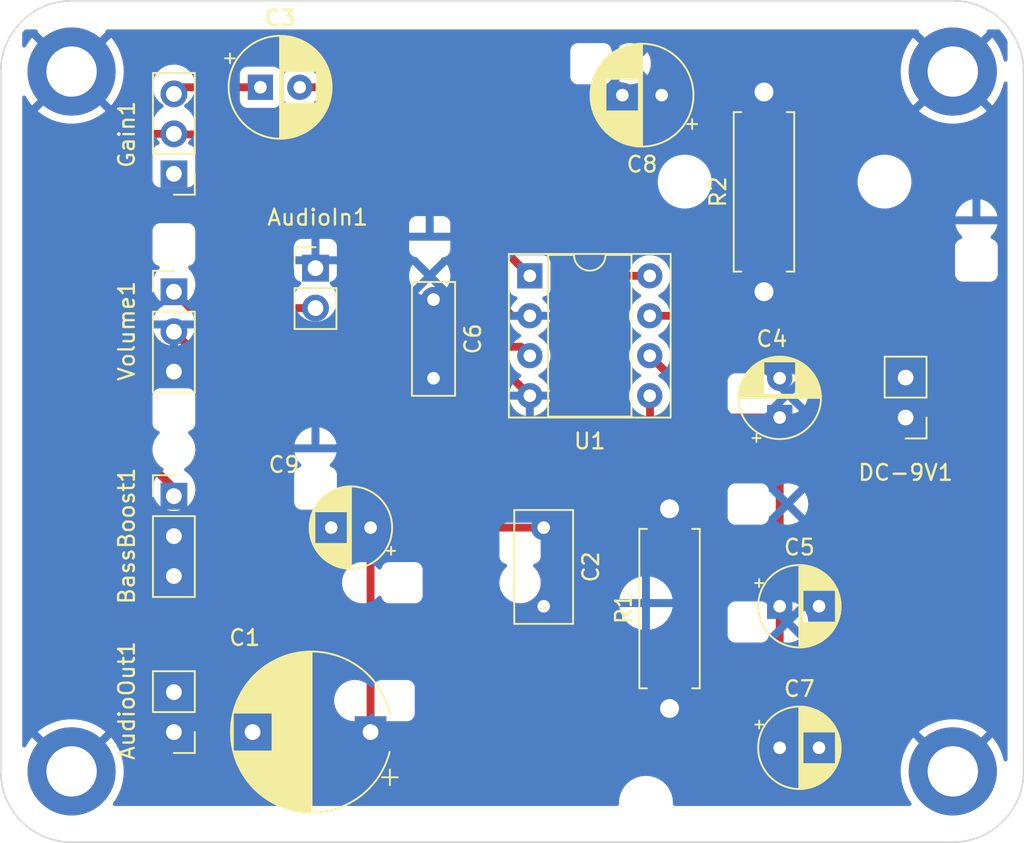
<source format=kicad_pcb>
(kicad_pcb (version 20211014) (generator pcbnew)
  (layers (0 "F.Cu" signal) (31 "B.Cu" signal) (34 "B.Paste" user) (35 "F.Paste" user) (36 "B.SilkS" user "B.Silkscreen") (37 "F.SilkS" user "F.Silkscreen") (38 "B.Mask" user) (39 "F.Mask" user) (44 "Edge.Cuts" user))
  (net 0 "")
  (net 1 "Net-(BassBoost1-Pad1)")
  (net 2 "Net-(AudioOut1-Pad1)")
  (net 3 "GND")
  (net 4 "Net-(C3-Pad1)")
  (net 5 "+9V")
  (net 6 "Net-(BassBoost1-Pad2)")
  (net 8 "Net-(C2-Pad2)")
  (net 9 "Net-(C3-Pad2)")
  (net 10 "Net-(C8-Pad1)")
  (net 12 "Net-(R2-Pad1)")
  (net 13 "Net-(U1-Pad3)")
  (net 14 "Net-(AudioIn1-PadT)")
  (net 15 "Net-(C1-Pad1)")
  (footprint "Resistor_THT:R_Axial_DIN0411_L9.9mm_D3.6mm_P12.70mm_Horizontal" (layer "F.Cu") (at 127 138 90)
    (fp_text reference "R1" (at 6.35 -2.92 90) (layer "F.SilkS"))
    (fp_text value "10R")
    (pad "1" thru_hole circle (at 0 0 90) (size 2.4 2.4) (drill 1.2) (layers *.Cu *.Mask) (net 8 "Net-(C2-Pad2)"))
    (pad "2" thru_hole oval (at 12.7 0 90) (size 2.4 2.4) (drill 1.2) (layers *.Cu *.Mask) (net 3 "GND"))
  )
  (footprint "Capacitor_THT:CP_Radial_D5.0mm_P2.50mm" (layer "F.Cu") (at 134 119.5 90)
    (fp_text reference "C4" (at 5 -0.5 180) (layer "F.SilkS"))
    (fp_text value "100uF")
    (pad "1" thru_hole rect (at 0 0 90) (size 1.6 1.6) (drill 0.8) (layers *.Cu *.Mask) (net 5 "+9V"))
    (pad "2" thru_hole circle (at 2.5 0 90) (size 1.6 1.6) (drill 0.8) (layers *.Cu *.Mask) (net 3 "GND"))
  )
  (footprint "Capacitor_THT:C_Rect_L7.0mm_W3.5mm_P5.00mm" (layer "F.Cu") (at 119 126.5 -90)
    (fp_text reference "C2" (at 2.5 -3 -90) (layer "F.SilkS"))
    (fp_text value "0.1uF")
    (pad "1" thru_hole circle (at 0 0 270) (size 1.6 1.6) (drill 0.8) (layers *.Cu *.Mask) (net 15 "Net-(C1-Pad1)"))
    (pad "2" thru_hole circle (at 5 0 270) (size 1.6 1.6) (drill 0.8) (layers *.Cu *.Mask) (net 8 "Net-(C2-Pad2)"))
  )
  (footprint "Connector_PinHeader_2.54mm:PinHeader_1x02_P2.54mm_Vertical" (layer "F.Cu") (at 95.5 139.5 180)
    (fp_text reference "AudioOut1" (at 3 2 270) (layer "F.SilkS"))
    (fp_text value "Speaker" hide)
    (pad "1" thru_hole rect (at 0 0 180) (size 1.7 1.7) (drill 1) (layers *.Cu *.Mask) (net 2 "Net-(AudioOut1-Pad1)"))
    (pad "2" thru_hole oval (at 0 2.54 180) (size 1.7 1.7) (drill 1) (layers *.Cu *.Mask) (net 3 "GND"))
  )
  (footprint "Resistor_THT:R_Axial_DIN0411_L9.9mm_D3.6mm_P12.70mm_Horizontal" (layer "F.Cu") (at 133 111.5 90)
    (fp_text reference "R2" (at 6.35 -2.92 90) (layer "F.SilkS"))
    (fp_text value "10K")
    (pad "1" thru_hole circle (at 0 0 90) (size 2.4 2.4) (drill 1.2) (layers *.Cu *.Mask) (net 12 "Net-(R2-Pad1)"))
    (pad "2" thru_hole oval (at 12.7 0 90) (size 2.4 2.4) (drill 1.2) (layers *.Cu *.Mask) (net 10 "Net-(C8-Pad1)"))
  )
  (footprint "Capacitor_THT:CP_Radial_D5.0mm_P2.50mm" (layer "F.Cu") (at 134 131.5)
    (fp_text reference "C5" (at 1.25 -3.75) (layer "F.SilkS"))
    (fp_text value "0.1uF")
    (pad "1" thru_hole rect (at 0 0) (size 1.6 1.6) (drill 0.8) (layers *.Cu *.Mask) (net 5 "+9V"))
    (pad "2" thru_hole circle (at 2.5 0) (size 1.6 1.6) (drill 0.8) (layers *.Cu *.Mask) (net 3 "GND"))
  )
  (footprint "Capacitor_THT:CP_Radial_D6.3mm_P2.50mm" (layer "F.Cu") (at 126.5 99 180)
    (fp_text reference "C8" (at 1.25 -4.4) (layer "F.SilkS"))
    (fp_text value "10uF")
    (pad "1" thru_hole rect (at 0 0 180) (size 1.6 1.6) (drill 0.8) (layers *.Cu *.Mask) (net 10 "Net-(C8-Pad1)"))
    (pad "2" thru_hole circle (at 2.5 0 180) (size 1.6 1.6) (drill 0.8) (layers *.Cu *.Mask) (net 3 "GND"))
  )
  (footprint "Package_DIP:DIP-8_W7.62mm_Socket" (layer "F.Cu") (at 118.12 110.49)
    (fp_text reference "U1" (at 3.81 10.51) (layer "F.SilkS"))
    (fp_text value "LM386")
    (pad "1" thru_hole rect (at 0 0) (size 1.6 1.6) (drill 0.8) (layers *.Cu *.Mask) (net 1 "Net-(BassBoost1-Pad1)"))
    (pad "2" thru_hole oval (at 0 2.54) (size 1.6 1.6) (drill 0.8) (layers *.Cu *.Mask) (net 3 "GND"))
    (pad "3" thru_hole oval (at 0 5.08) (size 1.6 1.6) (drill 0.8) (layers *.Cu *.Mask) (net 13 "Net-(U1-Pad3)"))
    (pad "4" thru_hole oval (at 0 7.62) (size 1.6 1.6) (drill 0.8) (layers *.Cu *.Mask) (net 3 "GND"))
    (pad "5" thru_hole oval (at 7.62 7.62) (size 1.6 1.6) (drill 0.8) (layers *.Cu *.Mask) (net 15 "Net-(C1-Pad1)"))
    (pad "6" thru_hole oval (at 7.62 5.08) (size 1.6 1.6) (drill 0.8) (layers *.Cu *.Mask) (net 5 "+9V"))
    (pad "7" thru_hole oval (at 7.62 2.54) (size 1.6 1.6) (drill 0.8) (layers *.Cu *.Mask) (net 12 "Net-(R2-Pad1)"))
    (pad "8" thru_hole oval (at 7.62 0) (size 1.6 1.6) (drill 0.8) (layers *.Cu *.Mask) (net 9 "Net-(C3-Pad2)"))
  )
  (footprint "MountingHole:MountingHole_3.2mm_M3_DIN965_Pad" (layer "F.Cu") (at 145 142)
    (fp_text reference "H2" hide)
    (fp_text value "MountingHole_Pad" hide)
    (pad "1" thru_hole circle (at 0 0) (size 5.6 5.6) (drill 3.2) (layers *.Cu *.Mask) (net 3 "GND"))
  )
  (footprint "Connector_PinHeader_2.54mm:PinHeader_1x03_P2.54mm_Vertical" (layer "F.Cu") (at 95.5 104 180)
    (fp_text reference "Gain1" (at 3 2.5 90) (layer "F.SilkS"))
    (fp_text value "10K" hide)
    (pad "1" thru_hole rect (at 0 0 180) (size 1.7 1.7) (drill 1) (layers *.Cu *.Mask))
    (pad "2" thru_hole oval (at 0 2.54 180) (size 1.7 1.7) (drill 1) (layers *.Cu *.Mask) (net 1 "Net-(BassBoost1-Pad1)"))
    (pad "3" thru_hole oval (at 0 5.08 180) (size 1.7 1.7) (drill 1) (layers *.Cu *.Mask) (net 4 "Net-(C3-Pad1)"))
  )
  (footprint "Connector_PinHeader_2.54mm:PinHeader_1x02_P2.54mm_Vertical" (layer "F.Cu") (at 142 119.5 180)
    (fp_text reference "DC-9V1" (at 0 -3.5) (layer "F.SilkS"))
    (fp_text value "Jack-DC" hide)
    (pad "1" thru_hole rect (at 0 0 180) (size 1.7 1.7) (drill 1) (layers *.Cu *.Mask) (net 5 "+9V"))
    (pad "2" thru_hole oval (at 0 2.54 180) (size 1.7 1.7) (drill 1) (layers *.Cu *.Mask) (net 3 "GND"))
  )
  (footprint "Connector_PinHeader_2.54mm:PinHeader_1x03_P2.54mm_Vertical" (layer "F.Cu") (at 95.5 111.5)
    (fp_text reference "Volume1" (at -3 2.5 90) (layer "F.SilkS"))
    (fp_text value "10K" hide)
    (pad "1" thru_hole rect (at 0 0) (size 1.7 1.7) (drill 1) (layers *.Cu *.Mask) (net 14 "Net-(AudioIn1-PadT)"))
    (pad "2" thru_hole oval (at 0 2.54) (size 1.7 1.7) (drill 1) (layers *.Cu *.Mask) (net 13 "Net-(U1-Pad3)"))
    (pad "3" thru_hole oval (at 0 5.08) (size 1.7 1.7) (drill 1) (layers *.Cu *.Mask) (net 3 "GND"))
  )
  (footprint "Capacitor_THT:C_Rect_L7.0mm_W2.5mm_P5.00mm" (layer "F.Cu") (at 112 112 -90)
    (fp_text reference "C6" (at 2.5 -2.5 -90) (layer "F.SilkS"))
    (fp_text value "470pF w/2&4")
    (pad "1" thru_hole circle (at 0 0 270) (size 1.6 1.6) (drill 0.8) (layers *.Cu *.Mask) (net 3 "GND"))
    (pad "2" thru_hole circle (at 5 0 270) (size 1.6 1.6) (drill 0.8) (layers *.Cu *.Mask) (net 3 "GND"))
  )
  (footprint "Capacitor_THT:CP_Radial_D6.3mm_P2.50mm" (layer "F.Cu") (at 101 98.5)
    (fp_text reference "C3" (at 1.25 -4.4) (layer "F.SilkS"))
    (fp_text value "10uF")
    (pad "1" thru_hole rect (at 0 0) (size 1.6 1.6) (drill 0.8) (layers *.Cu *.Mask) (net 4 "Net-(C3-Pad1)"))
    (pad "2" thru_hole circle (at 2.5 0) (size 1.6 1.6) (drill 0.8) (layers *.Cu *.Mask) (net 9 "Net-(C3-Pad2)"))
  )
  (footprint "MountingHole:MountingHole_3.2mm_M3_DIN965_Pad" (layer "F.Cu") (at 145 97.5)
    (fp_text reference "H3" hide)
    (fp_text value "MountingHole_Pad" hide)
    (pad "1" thru_hole circle (at 0 0) (size 5.6 5.6) (drill 3.2) (layers *.Cu *.Mask) (net 3 "GND"))
  )
  (footprint "MountingHole:MountingHole_3.2mm_M3_DIN965_Pad" (layer "F.Cu") (at 89 142)
    (fp_text reference "H1" hide)
    (fp_text value "MountingHole_Pad" hide)
    (pad "1" thru_hole circle (at 0 0) (size 5.6 5.6) (drill 3.2) (layers *.Cu *.Mask) (net 3 "GND"))
  )
  (footprint "Capacitor_THT:CP_Radial_D5.0mm_P2.50mm" (layer "F.Cu") (at 108 126.5 180)
    (fp_text reference "C9" (at 5.5 4 180) (layer "F.SilkS"))
    (fp_text value "0.033uF")
    (pad "1" thru_hole rect (at 0 0 180) (size 1.6 1.6) (drill 0.8) (layers *.Cu *.Mask) (net 15 "Net-(C1-Pad1)"))
    (pad "2" thru_hole circle (at 2.5 0 180) (size 1.6 1.6) (drill 0.8) (layers *.Cu *.Mask) (net 6 "Net-(BassBoost1-Pad2)"))
  )
  (footprint "Capacitor_THT:CP_Radial_D5.0mm_P2.50mm" (layer "F.Cu") (at 134 140.5)
    (fp_text reference "C7" (at 1.25 -3.75) (layer "F.SilkS"))
    (fp_text value "0.1uF")
    (pad "1" thru_hole rect (at 0 0) (size 1.6 1.6) (drill 0.8) (layers *.Cu *.Mask) (net 5 "+9V"))
    (pad "2" thru_hole circle (at 2.5 0) (size 1.6 1.6) (drill 0.8) (layers *.Cu *.Mask) (net 3 "GND"))
  )
  (footprint "Capacitor_THT:CP_Radial_D10.0mm_P7.50mm" (layer "F.Cu") (at 108 139.5 180)
    (fp_text reference "C1" (at 8 6 180) (layer "F.SilkS"))
    (fp_text value "1000uF")
    (pad "1" thru_hole rect (at 0 0 180) (size 2 2) (drill 1) (layers *.Cu *.Mask) (net 15 "Net-(C1-Pad1)"))
    (pad "2" thru_hole circle (at 7.5 0 180) (size 2 2) (drill 1) (layers *.Cu *.Mask) (net 2 "Net-(AudioOut1-Pad1)"))
  )
  (footprint "jme:jme-audio-pinheader-2.54-vertical" (layer "F.Cu") (at 104.5 110)
    (fp_text reference "AudioIn1" (at 0.14 -3.225) (layer "F.SilkS"))
    (fp_text value "AudioJack" hide)
    (pad "S" thru_hole rect (at 0 0) (size 1.7 1.7) (drill 1) (layers *.Cu *.Mask) (net 3 "GND"))
    (pad "T" thru_hole oval (at 0 2.54) (size 1.7 1.7) (drill 1) (layers *.Cu *.Mask) (net 14 "Net-(AudioIn1-PadT)"))
  )
  (footprint "MountingHole:MountingHole_3.2mm_M3_DIN965_Pad" (layer "F.Cu") (at 89 97.5)
    (fp_text reference "H4" hide)
    (fp_text value "MountingHole_Pad" hide)
    (pad "1" thru_hole circle (at 0 0) (size 5.6 5.6) (drill 3.2) (layers *.Cu *.Mask) (net 3 "GND"))
  )
  (footprint "Connector_PinHeader_2.54mm:PinHeader_1x03_P2.54mm_Vertical" (layer "F.Cu") (at 95.5 124.5)
    (fp_text reference "BassBoost1" (at -3 2.525 90) (layer "F.SilkS"))
    (fp_text value "10K" hide)
    (pad "1" thru_hole rect (at 0 0) (size 1.7 1.7) (drill 1) (layers *.Cu *.Mask) (net 1 "Net-(BassBoost1-Pad1)"))
    (pad "2" thru_hole oval (at 0 2.54) (size 1.7 1.7) (drill 1) (layers *.Cu *.Mask) (net 6 "Net-(BassBoost1-Pad2)"))
    (pad "3" thru_hole oval (at 0 5.08) (size 1.7 1.7) (drill 1) (layers *.Cu *.Mask))
  )
  (gr_line (start 149.5 97.5) (end 149.5 142) (layer "Edge.Cuts") (width 0.1))
  (gr_arc (start 84.5 97.5) (mid 85.818019 94.318019) (end 89 93) (layer "Edge.Cuts") (width 0.1))
  (gr_line (start 84.5 142) (end 84.5 97.5) (layer "Edge.Cuts") (width 0.1))
  (gr_line (start 145 146.5) (end 89 146.5) (layer "Edge.Cuts") (width 0.1))
  (gr_arc locked (start 89 146.5) (mid 85.818019 145.181981) (end 84.5 142) (layer "Edge.Cuts") (width 0.1))
  (gr_arc (start 145 93) (mid 148.181981 94.318019) (end 149.5 97.5) (layer "Edge.Cuts") (width 0.1))
  (gr_arc (start 149.5 142) (mid 148.181981 145.181981) (end 145 146.5) (layer "Edge.Cuts") (width 0.1))
  (gr_line (start 89 93) (end 145 93) (layer "Edge.Cuts") (width 0.1))
  (segment (start 95.54 101.5) (end 109.13 101.5) (width 0.5) (layer "F.Cu") (net 1))
  (segment (start 95.5 124) (end 92 120.5) (width 0.5) (layer "F.Cu") (net 1))
  (segment (start 92 120.5) (end 92 103.8) (width 0.5) (layer "F.Cu") (net 1))
  (segment (start 94.34 101.46) (end 95.5 101.46) (width 0.5) (layer "F.Cu") (net 1))
  (segment (start 95.5 124.5) (end 95.5 124) (width 0.5) (layer "F.Cu") (net 1))
  (segment (start 109.13 101.5) (end 118.12 110.49) (width 0.5) (layer "F.Cu") (net 1))
  (segment (start 95.5 101.46) (end 95.54 101.5) (width 0.5) (layer "F.Cu") (net 1))
  (segment (start 92 103.8) (end 94.34 101.46) (width 0.5) (layer "F.Cu") (net 1))
  (segment (start 95.5 139.5) (end 100.5 139.5) (width 0.5) (layer "F.Cu") (net 2))
  (segment (start 117.01 117) (end 118.12 118.11) (width 0.5) (layer "F.Cu") (net 3))
  (segment (start 112 117) (end 117.01 117) (width 0.5) (layer "F.Cu") (net 3))
  (segment (start 115.95863 112) (end 112 112) (width 0.5) (layer "F.Cu") (net 3))
  (segment (start 118.12 113.03) (end 116.98863 113.03) (width 0.5) (layer "F.Cu") (net 3))
  (segment (start 116.98863 113.03) (end 115.95863 112) (width 0.5) (layer "F.Cu") (net 3))
  (segment (start 95.92 98.5) (end 101 98.5) (width 0.5) (layer "F.Cu") (net 4))
  (segment (start 95.5 98.92) (end 95.92 98.5) (width 0.5) (layer "F.Cu") (net 4))
  (segment (start 134 131.5) (end 134 140.5) (width 0.5) (layer "F.Cu") (net 5))
  (segment (start 125.74 115.57) (end 129.67 119.5) (width 0.5) (layer "F.Cu") (net 5))
  (segment (start 134 119.5) (end 134 131.5) (width 0.5) (layer "F.Cu") (net 5))
  (segment (start 142 119.5) (end 134 119.5) (width 0.5) (layer "F.Cu") (net 5))
  (segment (start 129.67 119.5) (end 134 119.5) (width 0.5) (layer "F.Cu") (net 5))
  (segment (start 95.5 127.04) (end 96.04 126.5) (width 0.5) (layer "F.Cu") (net 6))
  (segment (start 96.04 126.5) (end 105.5 126.5) (width 0.5) (layer "F.Cu") (net 6))
  (segment (start 119 131.5) (end 120.5 131.5) (width 0.5) (layer "F.Cu") (net 8))
  (segment (start 120.5 131.5) (end 127 138) (width 0.5) (layer "F.Cu") (net 8))
  (segment (start 111 98.5) (end 122.99 110.49) (width 0.5) (layer "F.Cu") (net 9))
  (segment (start 103.5 98.5) (end 111 98.5) (width 0.5) (layer "F.Cu") (net 9))
  (segment (start 122.99 110.49) (end 125.74 110.49) (width 0.5) (layer "F.Cu") (net 9))
  (segment (start 126.7 98.8) (end 133 98.8) (width 0.5) (layer "F.Cu") (net 10))
  (segment (start 126.5 99) (end 126.7 98.8) (width 0.5) (layer "F.Cu") (net 10))
  (segment (start 131.47 113.03) (end 125.74 113.03) (width 0.5) (layer "F.Cu") (net 12))
  (segment (start 133 111.5) (end 131.47 113.03) (width 0.5) (layer "F.Cu") (net 12))
  (segment (start 95.5 114.04) (end 96.5 115.04) (width 0.5) (layer "F.Cu") (net 13))
  (segment (start 96.5 115.04) (end 98.92 115.04) (width 0.5) (layer "F.Cu") (net 13))
  (segment (start 98.96 115) (end 117.55 115) (width 0.5) (layer "F.Cu") (net 13))
  (segment (start 117.55 115) (end 118.12 115.57) (width 0.5) (layer "F.Cu") (net 13))
  (segment (start 98.92 115.04) (end 98.96 115) (width 0.5) (layer "F.Cu") (net 13))
  (segment (start 96.54 112.54) (end 104.5 112.54) (width 0.5) (layer "F.Cu") (net 14))
  (segment (start 95.5 111.5) (end 96.54 112.54) (width 0.5) (layer "F.Cu") (net 14))
  (segment (start 108 126.5) (end 119 126.5) (width 0.5) (layer "F.Cu") (net 15))
  (segment (start 125.7575 118.1275) (end 125.74 118.11) (width 0.5) (layer "F.Cu") (net 15))
  (segment (start 119 126.5) (end 125.7575 119.7425) (width 0.5) (layer "F.Cu") (net 15))
  (segment (start 108 126.5) (end 108 139.5) (width 0.5) (layer "F.Cu") (net 15))
  (segment (start 125.7575 119.7425) (end 125.7575 118.1275) (width 0.5) (layer "F.Cu") (net 15))
  (zone (net 3) (net_name "GND") (layer "B.Cu") (connect_pads (clearance 0.508)) (min_thickness 0.254) (fill yes (thermal_gap 0.508) (thermal_bridge_width 0.508))
    (polygon (pts (xy 148.48 144.2) (xy 85.86 144.2) (xy 85.86 94.82) (xy 148.48 94.82)))
  )
)
</source>
